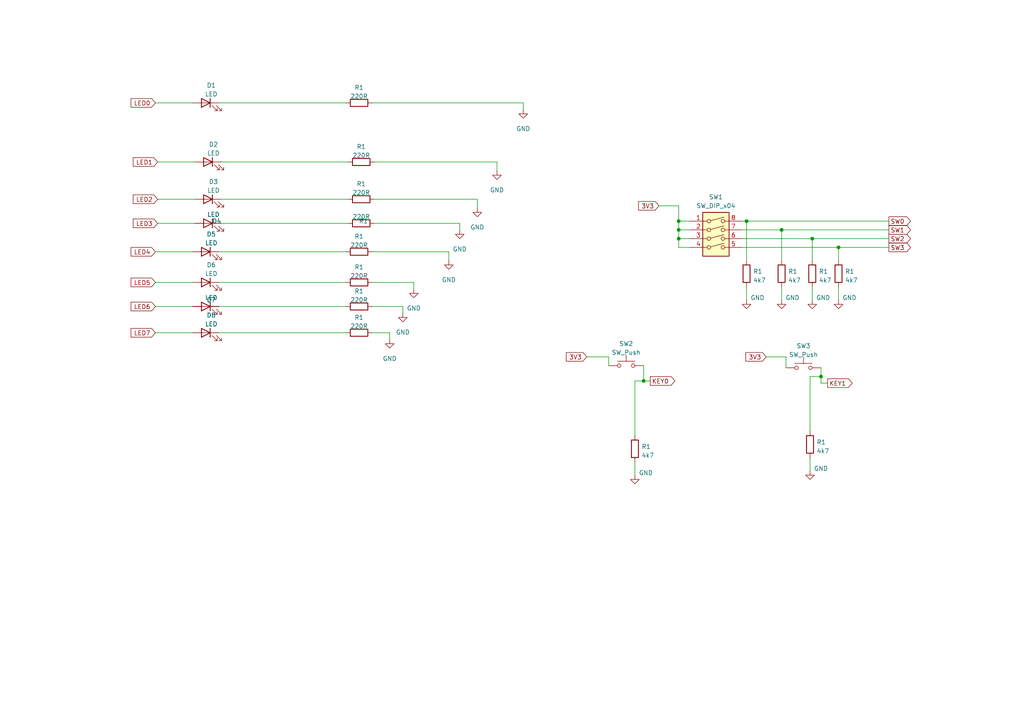
<source format=kicad_sch>
(kicad_sch (version 20230121) (generator eeschema)

  (uuid cabc8c04-f020-429f-a9bf-cc4ea550ce5d)

  (paper "A4")

  (lib_symbols
    (symbol "Device:LED" (pin_numbers hide) (pin_names (offset 1.016) hide) (in_bom yes) (on_board yes)
      (property "Reference" "D" (at 0 2.54 0)
        (effects (font (size 1.27 1.27)))
      )
      (property "Value" "LED" (at 0 -2.54 0)
        (effects (font (size 1.27 1.27)))
      )
      (property "Footprint" "" (at 0 0 0)
        (effects (font (size 1.27 1.27)) hide)
      )
      (property "Datasheet" "~" (at 0 0 0)
        (effects (font (size 1.27 1.27)) hide)
      )
      (property "ki_keywords" "LED diode" (at 0 0 0)
        (effects (font (size 1.27 1.27)) hide)
      )
      (property "ki_description" "Light emitting diode" (at 0 0 0)
        (effects (font (size 1.27 1.27)) hide)
      )
      (property "ki_fp_filters" "LED* LED_SMD:* LED_THT:*" (at 0 0 0)
        (effects (font (size 1.27 1.27)) hide)
      )
      (symbol "LED_0_1"
        (polyline
          (pts
            (xy -1.27 -1.27)
            (xy -1.27 1.27)
          )
          (stroke (width 0.254) (type default))
          (fill (type none))
        )
        (polyline
          (pts
            (xy -1.27 0)
            (xy 1.27 0)
          )
          (stroke (width 0) (type default))
          (fill (type none))
        )
        (polyline
          (pts
            (xy 1.27 -1.27)
            (xy 1.27 1.27)
            (xy -1.27 0)
            (xy 1.27 -1.27)
          )
          (stroke (width 0.254) (type default))
          (fill (type none))
        )
        (polyline
          (pts
            (xy -3.048 -0.762)
            (xy -4.572 -2.286)
            (xy -3.81 -2.286)
            (xy -4.572 -2.286)
            (xy -4.572 -1.524)
          )
          (stroke (width 0) (type default))
          (fill (type none))
        )
        (polyline
          (pts
            (xy -1.778 -0.762)
            (xy -3.302 -2.286)
            (xy -2.54 -2.286)
            (xy -3.302 -2.286)
            (xy -3.302 -1.524)
          )
          (stroke (width 0) (type default))
          (fill (type none))
        )
      )
      (symbol "LED_1_1"
        (pin passive line (at -3.81 0 0) (length 2.54)
          (name "K" (effects (font (size 1.27 1.27))))
          (number "1" (effects (font (size 1.27 1.27))))
        )
        (pin passive line (at 3.81 0 180) (length 2.54)
          (name "A" (effects (font (size 1.27 1.27))))
          (number "2" (effects (font (size 1.27 1.27))))
        )
      )
    )
    (symbol "Device:R" (pin_numbers hide) (pin_names (offset 0)) (in_bom yes) (on_board yes)
      (property "Reference" "R" (at 2.032 0 90)
        (effects (font (size 1.27 1.27)))
      )
      (property "Value" "R" (at 0 0 90)
        (effects (font (size 1.27 1.27)))
      )
      (property "Footprint" "" (at -1.778 0 90)
        (effects (font (size 1.27 1.27)) hide)
      )
      (property "Datasheet" "~" (at 0 0 0)
        (effects (font (size 1.27 1.27)) hide)
      )
      (property "ki_keywords" "R res resistor" (at 0 0 0)
        (effects (font (size 1.27 1.27)) hide)
      )
      (property "ki_description" "Resistor" (at 0 0 0)
        (effects (font (size 1.27 1.27)) hide)
      )
      (property "ki_fp_filters" "R_*" (at 0 0 0)
        (effects (font (size 1.27 1.27)) hide)
      )
      (symbol "R_0_1"
        (rectangle (start -1.016 -2.54) (end 1.016 2.54)
          (stroke (width 0.254) (type default))
          (fill (type none))
        )
      )
      (symbol "R_1_1"
        (pin passive line (at 0 3.81 270) (length 1.27)
          (name "~" (effects (font (size 1.27 1.27))))
          (number "1" (effects (font (size 1.27 1.27))))
        )
        (pin passive line (at 0 -3.81 90) (length 1.27)
          (name "~" (effects (font (size 1.27 1.27))))
          (number "2" (effects (font (size 1.27 1.27))))
        )
      )
    )
    (symbol "Switch:SW_DIP_x04" (pin_names (offset 0) hide) (in_bom yes) (on_board yes)
      (property "Reference" "SW" (at 0 8.89 0)
        (effects (font (size 1.27 1.27)))
      )
      (property "Value" "SW_DIP_x04" (at 0 -6.35 0)
        (effects (font (size 1.27 1.27)))
      )
      (property "Footprint" "" (at 0 0 0)
        (effects (font (size 1.27 1.27)) hide)
      )
      (property "Datasheet" "~" (at 0 0 0)
        (effects (font (size 1.27 1.27)) hide)
      )
      (property "ki_keywords" "dip switch" (at 0 0 0)
        (effects (font (size 1.27 1.27)) hide)
      )
      (property "ki_description" "4x DIP Switch, Single Pole Single Throw (SPST) switch, small symbol" (at 0 0 0)
        (effects (font (size 1.27 1.27)) hide)
      )
      (property "ki_fp_filters" "SW?DIP?x4*" (at 0 0 0)
        (effects (font (size 1.27 1.27)) hide)
      )
      (symbol "SW_DIP_x04_0_0"
        (circle (center -2.032 -2.54) (radius 0.508)
          (stroke (width 0) (type default))
          (fill (type none))
        )
        (circle (center -2.032 0) (radius 0.508)
          (stroke (width 0) (type default))
          (fill (type none))
        )
        (circle (center -2.032 2.54) (radius 0.508)
          (stroke (width 0) (type default))
          (fill (type none))
        )
        (circle (center -2.032 5.08) (radius 0.508)
          (stroke (width 0) (type default))
          (fill (type none))
        )
        (polyline
          (pts
            (xy -1.524 -2.3876)
            (xy 2.3622 -1.3462)
          )
          (stroke (width 0) (type default))
          (fill (type none))
        )
        (polyline
          (pts
            (xy -1.524 0.127)
            (xy 2.3622 1.1684)
          )
          (stroke (width 0) (type default))
          (fill (type none))
        )
        (polyline
          (pts
            (xy -1.524 2.667)
            (xy 2.3622 3.7084)
          )
          (stroke (width 0) (type default))
          (fill (type none))
        )
        (polyline
          (pts
            (xy -1.524 5.207)
            (xy 2.3622 6.2484)
          )
          (stroke (width 0) (type default))
          (fill (type none))
        )
        (circle (center 2.032 -2.54) (radius 0.508)
          (stroke (width 0) (type default))
          (fill (type none))
        )
        (circle (center 2.032 0) (radius 0.508)
          (stroke (width 0) (type default))
          (fill (type none))
        )
        (circle (center 2.032 2.54) (radius 0.508)
          (stroke (width 0) (type default))
          (fill (type none))
        )
        (circle (center 2.032 5.08) (radius 0.508)
          (stroke (width 0) (type default))
          (fill (type none))
        )
      )
      (symbol "SW_DIP_x04_0_1"
        (rectangle (start -3.81 7.62) (end 3.81 -5.08)
          (stroke (width 0.254) (type default))
          (fill (type background))
        )
      )
      (symbol "SW_DIP_x04_1_1"
        (pin passive line (at -7.62 5.08 0) (length 5.08)
          (name "~" (effects (font (size 1.27 1.27))))
          (number "1" (effects (font (size 1.27 1.27))))
        )
        (pin passive line (at -7.62 2.54 0) (length 5.08)
          (name "~" (effects (font (size 1.27 1.27))))
          (number "2" (effects (font (size 1.27 1.27))))
        )
        (pin passive line (at -7.62 0 0) (length 5.08)
          (name "~" (effects (font (size 1.27 1.27))))
          (number "3" (effects (font (size 1.27 1.27))))
        )
        (pin passive line (at -7.62 -2.54 0) (length 5.08)
          (name "~" (effects (font (size 1.27 1.27))))
          (number "4" (effects (font (size 1.27 1.27))))
        )
        (pin passive line (at 7.62 -2.54 180) (length 5.08)
          (name "~" (effects (font (size 1.27 1.27))))
          (number "5" (effects (font (size 1.27 1.27))))
        )
        (pin passive line (at 7.62 0 180) (length 5.08)
          (name "~" (effects (font (size 1.27 1.27))))
          (number "6" (effects (font (size 1.27 1.27))))
        )
        (pin passive line (at 7.62 2.54 180) (length 5.08)
          (name "~" (effects (font (size 1.27 1.27))))
          (number "7" (effects (font (size 1.27 1.27))))
        )
        (pin passive line (at 7.62 5.08 180) (length 5.08)
          (name "~" (effects (font (size 1.27 1.27))))
          (number "8" (effects (font (size 1.27 1.27))))
        )
      )
    )
    (symbol "Switch:SW_Push" (pin_numbers hide) (pin_names (offset 1.016) hide) (in_bom yes) (on_board yes)
      (property "Reference" "SW" (at 1.27 2.54 0)
        (effects (font (size 1.27 1.27)) (justify left))
      )
      (property "Value" "SW_Push" (at 0 -1.524 0)
        (effects (font (size 1.27 1.27)))
      )
      (property "Footprint" "" (at 0 5.08 0)
        (effects (font (size 1.27 1.27)) hide)
      )
      (property "Datasheet" "~" (at 0 5.08 0)
        (effects (font (size 1.27 1.27)) hide)
      )
      (property "ki_keywords" "switch normally-open pushbutton push-button" (at 0 0 0)
        (effects (font (size 1.27 1.27)) hide)
      )
      (property "ki_description" "Push button switch, generic, two pins" (at 0 0 0)
        (effects (font (size 1.27 1.27)) hide)
      )
      (symbol "SW_Push_0_1"
        (circle (center -2.032 0) (radius 0.508)
          (stroke (width 0) (type default))
          (fill (type none))
        )
        (polyline
          (pts
            (xy 0 1.27)
            (xy 0 3.048)
          )
          (stroke (width 0) (type default))
          (fill (type none))
        )
        (polyline
          (pts
            (xy 2.54 1.27)
            (xy -2.54 1.27)
          )
          (stroke (width 0) (type default))
          (fill (type none))
        )
        (circle (center 2.032 0) (radius 0.508)
          (stroke (width 0) (type default))
          (fill (type none))
        )
        (pin passive line (at -5.08 0 0) (length 2.54)
          (name "1" (effects (font (size 1.27 1.27))))
          (number "1" (effects (font (size 1.27 1.27))))
        )
        (pin passive line (at 5.08 0 180) (length 2.54)
          (name "2" (effects (font (size 1.27 1.27))))
          (number "2" (effects (font (size 1.27 1.27))))
        )
      )
    )
    (symbol "power:GND" (power) (pin_names (offset 0)) (in_bom yes) (on_board yes)
      (property "Reference" "#PWR" (at 0 -6.35 0)
        (effects (font (size 1.27 1.27)) hide)
      )
      (property "Value" "GND" (at 0 -3.81 0)
        (effects (font (size 1.27 1.27)))
      )
      (property "Footprint" "" (at 0 0 0)
        (effects (font (size 1.27 1.27)) hide)
      )
      (property "Datasheet" "" (at 0 0 0)
        (effects (font (size 1.27 1.27)) hide)
      )
      (property "ki_keywords" "global power" (at 0 0 0)
        (effects (font (size 1.27 1.27)) hide)
      )
      (property "ki_description" "Power symbol creates a global label with name \"GND\" , ground" (at 0 0 0)
        (effects (font (size 1.27 1.27)) hide)
      )
      (symbol "GND_0_1"
        (polyline
          (pts
            (xy 0 0)
            (xy 0 -1.27)
            (xy 1.27 -1.27)
            (xy 0 -2.54)
            (xy -1.27 -1.27)
            (xy 0 -1.27)
          )
          (stroke (width 0) (type default))
          (fill (type none))
        )
      )
      (symbol "GND_1_1"
        (pin power_in line (at 0 0 270) (length 0) hide
          (name "GND" (effects (font (size 1.27 1.27))))
          (number "1" (effects (font (size 1.27 1.27))))
        )
      )
    )
  )

  (junction (at 235.585 69.215) (diameter 0) (color 0 0 0 0)
    (uuid 0bb538dc-dd33-4972-9b97-59eb70a62d1f)
  )
  (junction (at 196.85 66.675) (diameter 0) (color 0 0 0 0)
    (uuid 17fe4977-5348-46ca-bc83-527b7bc3cbbe)
  )
  (junction (at 238.125 109.22) (diameter 0) (color 0 0 0 0)
    (uuid 430fcb03-44ca-4e96-931f-6ab7f65af412)
  )
  (junction (at 196.85 69.215) (diameter 0) (color 0 0 0 0)
    (uuid 4abc0b23-f4fd-4cf8-b62e-e99323893a18)
  )
  (junction (at 186.69 110.49) (diameter 0) (color 0 0 0 0)
    (uuid 699b91ee-a687-42a7-a835-78449d474f1a)
  )
  (junction (at 226.695 66.675) (diameter 0) (color 0 0 0 0)
    (uuid 6fe1e2e5-1bc5-4800-a253-24d313044f67)
  )
  (junction (at 216.535 64.135) (diameter 0) (color 0 0 0 0)
    (uuid a0972e5d-b71f-44f8-aee1-68682b3e37cb)
  )
  (junction (at 243.205 71.755) (diameter 0) (color 0 0 0 0)
    (uuid b6bc4907-9ac6-44d6-a074-c749ebac792f)
  )
  (junction (at 196.85 64.135) (diameter 0) (color 0 0 0 0)
    (uuid e3465f62-b9b2-414b-b46a-e8c6dbd73167)
  )

  (wire (pts (xy 63.5 73.025) (xy 100.33 73.025))
    (stroke (width 0) (type default))
    (uuid 043ea917-d8d0-42d2-8285-d0c62d539284)
  )
  (wire (pts (xy 226.695 66.675) (xy 257.81 66.675))
    (stroke (width 0) (type default))
    (uuid 048e86a5-550e-463c-8694-b120d5916478)
  )
  (wire (pts (xy 176.53 103.505) (xy 176.53 106.045))
    (stroke (width 0) (type default))
    (uuid 0895f576-b11a-432a-9509-1ce591192b2f)
  )
  (wire (pts (xy 151.765 29.845) (xy 107.95 29.845))
    (stroke (width 0) (type default))
    (uuid 0a387f36-7a1f-4bcd-b995-b7282530cbf8)
  )
  (wire (pts (xy 184.15 110.49) (xy 184.15 126.365))
    (stroke (width 0) (type default))
    (uuid 0a6b98ad-2980-44ad-b337-67849be0e682)
  )
  (wire (pts (xy 45.085 73.025) (xy 55.88 73.025))
    (stroke (width 0) (type default))
    (uuid 0e6bf021-bafa-4cee-b61a-da6d9ba8f837)
  )
  (wire (pts (xy 222.25 103.505) (xy 227.965 103.505))
    (stroke (width 0) (type default))
    (uuid 126ea995-7f25-47d4-9db9-9b765e55fe94)
  )
  (wire (pts (xy 216.535 64.135) (xy 257.81 64.135))
    (stroke (width 0) (type default))
    (uuid 13589565-5ec3-470c-9d7a-6c1d76b626f5)
  )
  (wire (pts (xy 45.72 57.785) (xy 56.515 57.785))
    (stroke (width 0) (type default))
    (uuid 155d281d-a8d7-49f7-8101-ace46bf5ccbf)
  )
  (wire (pts (xy 186.69 106.045) (xy 186.69 110.49))
    (stroke (width 0) (type default))
    (uuid 156fe78d-d856-4223-9432-72c6aad3893e)
  )
  (wire (pts (xy 130.175 73.025) (xy 107.95 73.025))
    (stroke (width 0) (type default))
    (uuid 1ab606de-9d7d-46b9-8563-0e41205098e8)
  )
  (wire (pts (xy 215.265 69.215) (xy 235.585 69.215))
    (stroke (width 0) (type default))
    (uuid 1f412ccc-bf64-41d2-823e-25c594d5306f)
  )
  (wire (pts (xy 196.85 71.755) (xy 200.025 71.755))
    (stroke (width 0) (type default))
    (uuid 24926da0-b2dc-4ca5-9bd7-5d4bc9c331d7)
  )
  (wire (pts (xy 63.5 29.845) (xy 100.33 29.845))
    (stroke (width 0) (type default))
    (uuid 2537af7b-a00b-4915-b6fd-2db9ba8f579a)
  )
  (wire (pts (xy 63.5 81.915) (xy 100.33 81.915))
    (stroke (width 0) (type default))
    (uuid 261a1e21-ed50-4b49-8eb4-8b26082ee4e5)
  )
  (wire (pts (xy 45.72 64.77) (xy 56.515 64.77))
    (stroke (width 0) (type default))
    (uuid 2ad0ff92-09e5-49ab-a184-4d94315773a5)
  )
  (wire (pts (xy 234.95 109.22) (xy 238.125 109.22))
    (stroke (width 0) (type default))
    (uuid 2b762610-73a1-4991-a0cb-1067da3746e1)
  )
  (wire (pts (xy 45.085 96.52) (xy 55.88 96.52))
    (stroke (width 0) (type default))
    (uuid 2d1d1dc7-d920-4dec-aaf1-0479906f3cf4)
  )
  (wire (pts (xy 116.84 90.805) (xy 116.84 88.9))
    (stroke (width 0) (type default))
    (uuid 2d7ff4ee-09d1-4bdd-ac6a-1ae2a27b4dc8)
  )
  (wire (pts (xy 63.5 96.52) (xy 100.33 96.52))
    (stroke (width 0) (type default))
    (uuid 2e4eb9c7-75a2-449e-a6c8-e81092e9b6ba)
  )
  (wire (pts (xy 235.585 69.215) (xy 235.585 75.565))
    (stroke (width 0) (type default))
    (uuid 30595a9f-2ad3-4d78-803b-1395dc42d21b)
  )
  (wire (pts (xy 45.085 88.9) (xy 55.88 88.9))
    (stroke (width 0) (type default))
    (uuid 34c185f9-362a-458f-a5ee-2f4c64348e0d)
  )
  (wire (pts (xy 234.95 109.22) (xy 234.95 125.095))
    (stroke (width 0) (type default))
    (uuid 3503a845-a05d-4bbc-a29f-4c3e6edc8359)
  )
  (wire (pts (xy 116.84 88.9) (xy 107.95 88.9))
    (stroke (width 0) (type default))
    (uuid 351c1df5-acc3-41cd-a67e-f9af810b4612)
  )
  (wire (pts (xy 216.535 64.135) (xy 216.535 75.565))
    (stroke (width 0) (type default))
    (uuid 37e53743-f499-43e2-a770-3cdf2eab980f)
  )
  (wire (pts (xy 200.025 69.215) (xy 196.85 69.215))
    (stroke (width 0) (type default))
    (uuid 380b8815-3987-4c46-972c-ff5fa4161b27)
  )
  (wire (pts (xy 227.965 103.505) (xy 227.965 106.68))
    (stroke (width 0) (type default))
    (uuid 4378a5c2-309b-4e54-8246-1b0b90274641)
  )
  (wire (pts (xy 113.03 96.52) (xy 107.95 96.52))
    (stroke (width 0) (type default))
    (uuid 4907eea9-f254-484e-a0bb-2ef94f61f9b9)
  )
  (wire (pts (xy 196.85 64.135) (xy 196.85 66.675))
    (stroke (width 0) (type default))
    (uuid 4af812a4-748b-4387-9038-1476dce2e50b)
  )
  (wire (pts (xy 234.95 136.525) (xy 234.95 132.715))
    (stroke (width 0) (type default))
    (uuid 550295ed-44e8-4c43-a696-334ec8ea3711)
  )
  (wire (pts (xy 215.265 66.675) (xy 226.695 66.675))
    (stroke (width 0) (type default))
    (uuid 593976cd-96ad-4118-8258-ed478638e21a)
  )
  (wire (pts (xy 186.69 110.49) (xy 188.595 110.49))
    (stroke (width 0) (type default))
    (uuid 5976723a-8dd5-4d2a-8183-52ae0c4aa710)
  )
  (wire (pts (xy 196.85 69.215) (xy 196.85 71.755))
    (stroke (width 0) (type default))
    (uuid 66901c0c-5f39-4bcc-a733-8e1893a9bb52)
  )
  (wire (pts (xy 144.145 49.53) (xy 144.145 46.99))
    (stroke (width 0) (type default))
    (uuid 6f79d723-dede-47d6-a04a-bb8a41a50521)
  )
  (wire (pts (xy 235.585 69.215) (xy 257.81 69.215))
    (stroke (width 0) (type default))
    (uuid 7498eb16-5b6d-4151-b3e3-3d620fd5ace7)
  )
  (wire (pts (xy 64.135 64.77) (xy 100.965 64.77))
    (stroke (width 0) (type default))
    (uuid 7e5e6674-51b7-404f-a2b6-eb2718f38e49)
  )
  (wire (pts (xy 45.085 81.915) (xy 55.88 81.915))
    (stroke (width 0) (type default))
    (uuid 834db1b9-e1b4-4286-a82b-5fd43d8edb15)
  )
  (wire (pts (xy 120.015 81.915) (xy 107.95 81.915))
    (stroke (width 0) (type default))
    (uuid 8a014d0d-416d-40b9-b148-def8b33c6807)
  )
  (wire (pts (xy 196.85 59.69) (xy 196.85 64.135))
    (stroke (width 0) (type default))
    (uuid 91ede4d4-ba21-4e04-bf41-acfeb609457a)
  )
  (wire (pts (xy 151.765 31.75) (xy 151.765 29.845))
    (stroke (width 0) (type default))
    (uuid 920f88ea-f9e0-4476-bb09-d55b81fefdb3)
  )
  (wire (pts (xy 130.175 75.565) (xy 130.175 73.025))
    (stroke (width 0) (type default))
    (uuid 928b0736-8e36-49f4-ac20-372ec70987af)
  )
  (wire (pts (xy 216.535 86.995) (xy 216.535 83.185))
    (stroke (width 0) (type default))
    (uuid 94380586-2c88-49ff-8ff2-a59ca19b409c)
  )
  (wire (pts (xy 113.03 98.425) (xy 113.03 96.52))
    (stroke (width 0) (type default))
    (uuid 9a06dc60-01fa-41a1-a2e1-977de6957617)
  )
  (wire (pts (xy 144.145 46.99) (xy 108.585 46.99))
    (stroke (width 0) (type default))
    (uuid 9f1d74fa-7bec-44fa-9ba0-529cac208bc6)
  )
  (wire (pts (xy 238.125 109.22) (xy 238.125 111.125))
    (stroke (width 0) (type default))
    (uuid 9f931651-a860-41a4-967c-23717ca6483f)
  )
  (wire (pts (xy 133.35 64.77) (xy 108.585 64.77))
    (stroke (width 0) (type default))
    (uuid a0ad5029-8a47-490c-a70b-d3e3fc073d8b)
  )
  (wire (pts (xy 226.695 66.675) (xy 226.695 75.565))
    (stroke (width 0) (type default))
    (uuid a61bc092-b62d-433a-b591-687ea8bac68f)
  )
  (wire (pts (xy 184.15 137.795) (xy 184.15 133.985))
    (stroke (width 0) (type default))
    (uuid aa015b12-70ef-4b52-8833-4857022aa849)
  )
  (wire (pts (xy 243.205 86.995) (xy 243.205 83.185))
    (stroke (width 0) (type default))
    (uuid aeaee7e1-08a7-4e6c-9fa9-9009bca9b94b)
  )
  (wire (pts (xy 243.205 71.755) (xy 257.81 71.755))
    (stroke (width 0) (type default))
    (uuid b17650d3-5beb-42ae-8892-d27f4572c284)
  )
  (wire (pts (xy 238.125 106.68) (xy 238.125 109.22))
    (stroke (width 0) (type default))
    (uuid b25ccd3d-8e69-4369-a06c-02080b302e88)
  )
  (wire (pts (xy 226.695 86.995) (xy 226.695 83.185))
    (stroke (width 0) (type default))
    (uuid b2c07876-f5d7-47e5-a6f3-2779aa4b93dc)
  )
  (wire (pts (xy 184.15 110.49) (xy 186.69 110.49))
    (stroke (width 0) (type default))
    (uuid b7903fae-2dd6-4f08-bce4-79a7d1f4c04c)
  )
  (wire (pts (xy 238.125 111.125) (xy 240.03 111.125))
    (stroke (width 0) (type default))
    (uuid be00cfe7-95d4-470c-afa8-653d062dfb2e)
  )
  (wire (pts (xy 215.265 71.755) (xy 243.205 71.755))
    (stroke (width 0) (type default))
    (uuid be425ea4-912f-486c-867c-7353ef27dc74)
  )
  (wire (pts (xy 64.135 46.99) (xy 100.965 46.99))
    (stroke (width 0) (type default))
    (uuid be49b10c-c6c5-4b40-b464-805b4334b1b5)
  )
  (wire (pts (xy 243.205 71.755) (xy 243.205 75.565))
    (stroke (width 0) (type default))
    (uuid c4adc2ce-b48c-4172-8269-df28815152a0)
  )
  (wire (pts (xy 196.85 64.135) (xy 200.025 64.135))
    (stroke (width 0) (type default))
    (uuid c87687d7-2eaf-43c4-84b9-ecd90284034f)
  )
  (wire (pts (xy 138.43 57.785) (xy 108.585 57.785))
    (stroke (width 0) (type default))
    (uuid c88ade4b-8fe7-4b05-9eb9-6872ac561ffe)
  )
  (wire (pts (xy 191.135 59.69) (xy 196.85 59.69))
    (stroke (width 0) (type default))
    (uuid ca11a1a4-e3b2-4e90-af29-4390415ae9a2)
  )
  (wire (pts (xy 63.5 88.9) (xy 100.33 88.9))
    (stroke (width 0) (type default))
    (uuid ce21be2a-886a-4dea-95d3-f4a8677f4461)
  )
  (wire (pts (xy 215.265 64.135) (xy 216.535 64.135))
    (stroke (width 0) (type default))
    (uuid db51ca69-109e-4083-b73c-43be46ba522f)
  )
  (wire (pts (xy 45.72 46.99) (xy 56.515 46.99))
    (stroke (width 0) (type default))
    (uuid ded80986-1956-497e-a463-c1fd953d83cd)
  )
  (wire (pts (xy 170.18 103.505) (xy 176.53 103.505))
    (stroke (width 0) (type default))
    (uuid e10cf067-bccd-4910-9558-57c03fddad9a)
  )
  (wire (pts (xy 196.85 66.675) (xy 196.85 69.215))
    (stroke (width 0) (type default))
    (uuid e1f8584c-b7c0-493b-bed8-a006b10dfff7)
  )
  (wire (pts (xy 45.085 29.845) (xy 55.88 29.845))
    (stroke (width 0) (type default))
    (uuid e3b91d57-adfd-4676-b1bb-d1beae12ee4f)
  )
  (wire (pts (xy 138.43 60.325) (xy 138.43 57.785))
    (stroke (width 0) (type default))
    (uuid e41b63d1-16ac-4e88-8c20-7e0f39a87da2)
  )
  (wire (pts (xy 196.85 66.675) (xy 200.025 66.675))
    (stroke (width 0) (type default))
    (uuid e7ff48ad-af83-4a25-8df7-672382d5b2be)
  )
  (wire (pts (xy 120.015 83.82) (xy 120.015 81.915))
    (stroke (width 0) (type default))
    (uuid ed818c59-ecf9-4667-a932-c2ed597e151c)
  )
  (wire (pts (xy 133.35 66.675) (xy 133.35 64.77))
    (stroke (width 0) (type default))
    (uuid f03b1a44-0b49-4a01-97a8-5269adc67d63)
  )
  (wire (pts (xy 235.585 86.995) (xy 235.585 83.185))
    (stroke (width 0) (type default))
    (uuid f08b1516-f2c5-45f5-8599-a51044ccd73d)
  )
  (wire (pts (xy 64.135 57.785) (xy 100.965 57.785))
    (stroke (width 0) (type default))
    (uuid f967fb34-6bd8-4334-b5b6-d35e206d024e)
  )

  (global_label "SW0" (shape output) (at 257.81 64.135 0) (fields_autoplaced)
    (effects (font (size 1.27 1.27)) (justify left))
    (uuid 0cc3dc39-b5f9-4366-bd05-f7a5afa6c043)
    (property "Intersheetrefs" "${INTERSHEET_REFS}" (at 264.5862 64.135 0)
      (effects (font (size 1.27 1.27)) (justify left) hide)
    )
  )
  (global_label "LED2" (shape input) (at 45.72 57.785 180) (fields_autoplaced)
    (effects (font (size 1.27 1.27)) (justify right))
    (uuid 1227866e-5578-453f-839d-ed9ce4d66304)
    (property "Intersheetrefs" "${INTERSHEET_REFS}" (at 38.1576 57.785 0)
      (effects (font (size 1.27 1.27)) (justify right) hide)
    )
  )
  (global_label "SW2" (shape output) (at 257.81 69.215 0) (fields_autoplaced)
    (effects (font (size 1.27 1.27)) (justify left))
    (uuid 22562555-d787-4f9f-bcec-fcd73ffa19ed)
    (property "Intersheetrefs" "${INTERSHEET_REFS}" (at 264.5862 69.215 0)
      (effects (font (size 1.27 1.27)) (justify left) hide)
    )
  )
  (global_label "LED3" (shape input) (at 45.72 64.77 180) (fields_autoplaced)
    (effects (font (size 1.27 1.27)) (justify right))
    (uuid 4f65cc26-34e4-4604-bc88-cf1b571461db)
    (property "Intersheetrefs" "${INTERSHEET_REFS}" (at 38.1576 64.77 0)
      (effects (font (size 1.27 1.27)) (justify right) hide)
    )
  )
  (global_label "3V3" (shape input) (at 222.25 103.505 180) (fields_autoplaced)
    (effects (font (size 1.27 1.27)) (justify right))
    (uuid 5aa62f8c-ac42-4e10-8307-9e1e755eec7d)
    (property "Intersheetrefs" "${INTERSHEET_REFS}" (at 215.8366 103.505 0)
      (effects (font (size 1.27 1.27)) (justify right) hide)
    )
  )
  (global_label "SW1" (shape output) (at 257.81 66.675 0) (fields_autoplaced)
    (effects (font (size 1.27 1.27)) (justify left))
    (uuid 63bb718b-8d9e-41b6-9d5c-aa9ee819472b)
    (property "Intersheetrefs" "${INTERSHEET_REFS}" (at 264.5862 66.675 0)
      (effects (font (size 1.27 1.27)) (justify left) hide)
    )
  )
  (global_label "3V3" (shape input) (at 170.18 103.505 180) (fields_autoplaced)
    (effects (font (size 1.27 1.27)) (justify right))
    (uuid 68aa0087-25c3-4e7a-90c2-6964612547a6)
    (property "Intersheetrefs" "${INTERSHEET_REFS}" (at 163.7666 103.505 0)
      (effects (font (size 1.27 1.27)) (justify right) hide)
    )
  )
  (global_label "KEY0" (shape output) (at 188.595 110.49 0) (fields_autoplaced)
    (effects (font (size 1.27 1.27)) (justify left))
    (uuid 6c2870ac-22d7-4d10-88e9-c242a0c71dea)
    (property "Intersheetrefs" "${INTERSHEET_REFS}" (at 196.2179 110.49 0)
      (effects (font (size 1.27 1.27)) (justify left) hide)
    )
  )
  (global_label "LED4" (shape input) (at 45.085 73.025 180) (fields_autoplaced)
    (effects (font (size 1.27 1.27)) (justify right))
    (uuid 76222108-7191-454e-943c-f4196f16f744)
    (property "Intersheetrefs" "${INTERSHEET_REFS}" (at 37.5226 73.025 0)
      (effects (font (size 1.27 1.27)) (justify right) hide)
    )
  )
  (global_label "KEY1" (shape output) (at 240.03 111.125 0) (fields_autoplaced)
    (effects (font (size 1.27 1.27)) (justify left))
    (uuid 92a82abb-ff23-4aee-8671-c3c1c87e975f)
    (property "Intersheetrefs" "${INTERSHEET_REFS}" (at 247.6529 111.125 0)
      (effects (font (size 1.27 1.27)) (justify left) hide)
    )
  )
  (global_label "3V3" (shape input) (at 191.135 59.69 180) (fields_autoplaced)
    (effects (font (size 1.27 1.27)) (justify right))
    (uuid a7a65f35-7b28-4dca-93d5-757d503346c6)
    (property "Intersheetrefs" "${INTERSHEET_REFS}" (at 184.7216 59.69 0)
      (effects (font (size 1.27 1.27)) (justify right) hide)
    )
  )
  (global_label "LED7" (shape input) (at 45.085 96.52 180) (fields_autoplaced)
    (effects (font (size 1.27 1.27)) (justify right))
    (uuid abf024e6-ebb5-45d3-a3be-fca265557c32)
    (property "Intersheetrefs" "${INTERSHEET_REFS}" (at 37.5226 96.52 0)
      (effects (font (size 1.27 1.27)) (justify right) hide)
    )
  )
  (global_label "SW3" (shape output) (at 257.81 71.755 0) (fields_autoplaced)
    (effects (font (size 1.27 1.27)) (justify left))
    (uuid b1f879d4-3a64-421f-bae4-08094701abad)
    (property "Intersheetrefs" "${INTERSHEET_REFS}" (at 264.5862 71.755 0)
      (effects (font (size 1.27 1.27)) (justify left) hide)
    )
  )
  (global_label "LED5" (shape input) (at 45.085 81.915 180) (fields_autoplaced)
    (effects (font (size 1.27 1.27)) (justify right))
    (uuid b7102fb1-f76c-4838-9811-a4fcf30197f3)
    (property "Intersheetrefs" "${INTERSHEET_REFS}" (at 37.5226 81.915 0)
      (effects (font (size 1.27 1.27)) (justify right) hide)
    )
  )
  (global_label "LED0" (shape input) (at 45.085 29.845 180) (fields_autoplaced)
    (effects (font (size 1.27 1.27)) (justify right))
    (uuid dbc6f7e0-2263-493b-b870-b251bad341f3)
    (property "Intersheetrefs" "${INTERSHEET_REFS}" (at 37.5226 29.845 0)
      (effects (font (size 1.27 1.27)) (justify right) hide)
    )
  )
  (global_label "LED6" (shape input) (at 45.085 88.9 180) (fields_autoplaced)
    (effects (font (size 1.27 1.27)) (justify right))
    (uuid efd60fc8-440b-4bbf-af7d-751b8eafc8ee)
    (property "Intersheetrefs" "${INTERSHEET_REFS}" (at 37.5226 88.9 0)
      (effects (font (size 1.27 1.27)) (justify right) hide)
    )
  )
  (global_label "LED1" (shape input) (at 45.72 46.99 180) (fields_autoplaced)
    (effects (font (size 1.27 1.27)) (justify right))
    (uuid f126fae2-fab5-46a1-ba6f-ee5efe7e8b90)
    (property "Intersheetrefs" "${INTERSHEET_REFS}" (at 38.1576 46.99 0)
      (effects (font (size 1.27 1.27)) (justify right) hide)
    )
  )

  (symbol (lib_id "power:GND") (at 243.205 86.995 0) (unit 1)
    (in_bom yes) (on_board yes) (dnp no)
    (uuid 01bf2903-8111-4a11-9bc4-9dc043460dcd)
    (property "Reference" "GND013" (at 243.205 93.345 0)
      (effects (font (size 1.27 1.27)) hide)
    )
    (property "Value" "GND" (at 246.38 86.36 0)
      (effects (font (size 1.27 1.27)))
    )
    (property "Footprint" "" (at 243.205 86.995 0)
      (effects (font (size 1.27 1.27)) hide)
    )
    (property "Datasheet" "" (at 243.205 86.995 0)
      (effects (font (size 1.27 1.27)) hide)
    )
    (pin "1" (uuid 1712e139-bdac-4d57-9359-e756f1e74e9e))
    (instances
      (project "SimpleLattice"
        (path "/14edb605-1834-4cad-ad76-dcabae15d086"
          (reference "GND013") (unit 1)
        )
        (path "/14edb605-1834-4cad-ad76-dcabae15d086/88e15f88-e960-44a7-8367-23b39baa3c51"
          (reference "#GND031") (unit 1)
        )
      )
    )
  )

  (symbol (lib_id "Device:R") (at 104.14 88.9 270) (unit 1)
    (in_bom yes) (on_board yes) (dnp no) (fields_autoplaced)
    (uuid 0598bc22-f696-46c1-96bd-552cb79170ea)
    (property "Reference" "R1" (at 104.14 84.455 90)
      (effects (font (size 1.27 1.27)))
    )
    (property "Value" "220R" (at 104.14 86.995 90)
      (effects (font (size 1.27 1.27)))
    )
    (property "Footprint" "Resistor_THT:R_Axial_DIN0207_L6.3mm_D2.5mm_P10.16mm_Horizontal" (at 104.14 87.122 90)
      (effects (font (size 1.27 1.27)) hide)
    )
    (property "Datasheet" "~" (at 104.14 88.9 0)
      (effects (font (size 1.27 1.27)) hide)
    )
    (pin "1" (uuid 93e761c6-d9e9-45ed-a372-52467f8fd86b))
    (pin "2" (uuid e9ff9e45-3e76-4e62-8661-6073f6866e93))
    (instances
      (project "SimpleLattice"
        (path "/14edb605-1834-4cad-ad76-dcabae15d086"
          (reference "R1") (unit 1)
        )
        (path "/14edb605-1834-4cad-ad76-dcabae15d086/88e15f88-e960-44a7-8367-23b39baa3c51"
          (reference "R13") (unit 1)
        )
      )
    )
  )

  (symbol (lib_id "power:GND") (at 216.535 86.995 0) (unit 1)
    (in_bom yes) (on_board yes) (dnp no)
    (uuid 0774ac10-787f-402d-880f-761fc0043313)
    (property "Reference" "GND013" (at 216.535 93.345 0)
      (effects (font (size 1.27 1.27)) hide)
    )
    (property "Value" "GND" (at 219.71 86.36 0)
      (effects (font (size 1.27 1.27)))
    )
    (property "Footprint" "" (at 216.535 86.995 0)
      (effects (font (size 1.27 1.27)) hide)
    )
    (property "Datasheet" "" (at 216.535 86.995 0)
      (effects (font (size 1.27 1.27)) hide)
    )
    (pin "1" (uuid 33a17881-053b-4260-84de-6169e05aa03a))
    (instances
      (project "SimpleLattice"
        (path "/14edb605-1834-4cad-ad76-dcabae15d086"
          (reference "GND013") (unit 1)
        )
        (path "/14edb605-1834-4cad-ad76-dcabae15d086/88e15f88-e960-44a7-8367-23b39baa3c51"
          (reference "#GND028") (unit 1)
        )
      )
    )
  )

  (symbol (lib_id "power:GND") (at 234.95 136.525 0) (unit 1)
    (in_bom yes) (on_board yes) (dnp no)
    (uuid 07c34f4d-d568-40cb-b147-45441e25bac5)
    (property "Reference" "GND013" (at 234.95 142.875 0)
      (effects (font (size 1.27 1.27)) hide)
    )
    (property "Value" "GND" (at 238.125 135.89 0)
      (effects (font (size 1.27 1.27)))
    )
    (property "Footprint" "" (at 234.95 136.525 0)
      (effects (font (size 1.27 1.27)) hide)
    )
    (property "Datasheet" "" (at 234.95 136.525 0)
      (effects (font (size 1.27 1.27)) hide)
    )
    (pin "1" (uuid 4220ac11-4853-4ea0-bc41-32d6952782b5))
    (instances
      (project "SimpleLattice"
        (path "/14edb605-1834-4cad-ad76-dcabae15d086"
          (reference "GND013") (unit 1)
        )
        (path "/14edb605-1834-4cad-ad76-dcabae15d086/88e15f88-e960-44a7-8367-23b39baa3c51"
          (reference "#GND0102") (unit 1)
        )
      )
    )
  )

  (symbol (lib_id "Device:LED") (at 59.69 73.025 0) (mirror y) (unit 1)
    (in_bom yes) (on_board yes) (dnp no)
    (uuid 08a7487c-0d97-44b7-bc7e-81d54f8959d2)
    (property "Reference" "D5" (at 61.2775 67.945 0)
      (effects (font (size 1.27 1.27)))
    )
    (property "Value" "LED" (at 61.2775 70.485 0)
      (effects (font (size 1.27 1.27)))
    )
    (property "Footprint" "LED_THT:LED_D3.0mm" (at 59.69 73.025 0)
      (effects (font (size 1.27 1.27)) hide)
    )
    (property "Datasheet" "~" (at 59.69 73.025 0)
      (effects (font (size 1.27 1.27)) hide)
    )
    (pin "1" (uuid 7d508671-192e-4200-9941-6f0e2fbfe0eb))
    (pin "2" (uuid 40e5e68a-39af-4ab5-94a6-2f4ad169fdcd))
    (instances
      (project "SimpleLattice"
        (path "/14edb605-1834-4cad-ad76-dcabae15d086/88e15f88-e960-44a7-8367-23b39baa3c51"
          (reference "D5") (unit 1)
        )
      )
    )
  )

  (symbol (lib_id "Switch:SW_Push") (at 181.61 106.045 0) (unit 1)
    (in_bom yes) (on_board yes) (dnp no) (fields_autoplaced)
    (uuid 09e6f892-58e8-4596-a524-1501f39fe407)
    (property "Reference" "SW2" (at 181.61 99.695 0)
      (effects (font (size 1.27 1.27)))
    )
    (property "Value" "SW_Push" (at 181.61 102.235 0)
      (effects (font (size 1.27 1.27)))
    )
    (property "Footprint" "Button_Switch_THT:SW_PUSH_6mm_H4.3mm" (at 181.61 100.965 0)
      (effects (font (size 1.27 1.27)) hide)
    )
    (property "Datasheet" "~" (at 181.61 100.965 0)
      (effects (font (size 1.27 1.27)) hide)
    )
    (pin "1" (uuid 0ee6ee61-288d-4987-b3c5-fce93e3c18df))
    (pin "2" (uuid cf13d3dc-2002-42b2-b248-ff0d7162d051))
    (instances
      (project "SimpleLattice"
        (path "/14edb605-1834-4cad-ad76-dcabae15d086/88e15f88-e960-44a7-8367-23b39baa3c51"
          (reference "SW2") (unit 1)
        )
      )
    )
  )

  (symbol (lib_id "Device:R") (at 104.14 81.915 270) (unit 1)
    (in_bom yes) (on_board yes) (dnp no) (fields_autoplaced)
    (uuid 0a13f8f7-45e2-4c12-a6af-0a658836215b)
    (property "Reference" "R1" (at 104.14 77.47 90)
      (effects (font (size 1.27 1.27)))
    )
    (property "Value" "220R" (at 104.14 80.01 90)
      (effects (font (size 1.27 1.27)))
    )
    (property "Footprint" "Resistor_THT:R_Axial_DIN0207_L6.3mm_D2.5mm_P10.16mm_Horizontal" (at 104.14 80.137 90)
      (effects (font (size 1.27 1.27)) hide)
    )
    (property "Datasheet" "~" (at 104.14 81.915 0)
      (effects (font (size 1.27 1.27)) hide)
    )
    (pin "1" (uuid 7a694689-d0d4-4590-873c-cbf8bad3c7ca))
    (pin "2" (uuid b50c26a3-ec11-4d44-8337-6ad35097c168))
    (instances
      (project "SimpleLattice"
        (path "/14edb605-1834-4cad-ad76-dcabae15d086"
          (reference "R1") (unit 1)
        )
        (path "/14edb605-1834-4cad-ad76-dcabae15d086/88e15f88-e960-44a7-8367-23b39baa3c51"
          (reference "R12") (unit 1)
        )
      )
    )
  )

  (symbol (lib_id "Device:LED") (at 59.69 81.915 0) (mirror y) (unit 1)
    (in_bom yes) (on_board yes) (dnp no)
    (uuid 2036b276-a69b-40ae-8091-ca712bd2a884)
    (property "Reference" "D6" (at 61.2775 76.835 0)
      (effects (font (size 1.27 1.27)))
    )
    (property "Value" "LED" (at 61.2775 79.375 0)
      (effects (font (size 1.27 1.27)))
    )
    (property "Footprint" "LED_THT:LED_D3.0mm" (at 59.69 81.915 0)
      (effects (font (size 1.27 1.27)) hide)
    )
    (property "Datasheet" "~" (at 59.69 81.915 0)
      (effects (font (size 1.27 1.27)) hide)
    )
    (pin "1" (uuid 868dc82d-580b-4684-a00d-4647618a0321))
    (pin "2" (uuid 50efffab-2313-4824-8a0c-992020e7b0ad))
    (instances
      (project "SimpleLattice"
        (path "/14edb605-1834-4cad-ad76-dcabae15d086/88e15f88-e960-44a7-8367-23b39baa3c51"
          (reference "D6") (unit 1)
        )
      )
    )
  )

  (symbol (lib_id "Device:R") (at 226.695 79.375 0) (unit 1)
    (in_bom yes) (on_board yes) (dnp no) (fields_autoplaced)
    (uuid 21207e44-0b5f-4cf0-9a56-d9dd9be71f94)
    (property "Reference" "R1" (at 228.6 78.74 0)
      (effects (font (size 1.27 1.27)) (justify left))
    )
    (property "Value" "4k7" (at 228.6 81.28 0)
      (effects (font (size 1.27 1.27)) (justify left))
    )
    (property "Footprint" "Resistor_THT:R_Axial_DIN0207_L6.3mm_D2.5mm_P10.16mm_Horizontal" (at 224.917 79.375 90)
      (effects (font (size 1.27 1.27)) hide)
    )
    (property "Datasheet" "~" (at 226.695 79.375 0)
      (effects (font (size 1.27 1.27)) hide)
    )
    (pin "1" (uuid ac263ddf-9738-4864-81f6-76b3cb2709f3))
    (pin "2" (uuid dd3ec058-210e-46e4-957c-96e9dca57a18))
    (instances
      (project "SimpleLattice"
        (path "/14edb605-1834-4cad-ad76-dcabae15d086"
          (reference "R1") (unit 1)
        )
        (path "/14edb605-1834-4cad-ad76-dcabae15d086/88e15f88-e960-44a7-8367-23b39baa3c51"
          (reference "R16") (unit 1)
        )
      )
    )
  )

  (symbol (lib_id "Device:R") (at 104.775 64.77 270) (unit 1)
    (in_bom yes) (on_board yes) (dnp no)
    (uuid 22babe02-e960-4561-a6b8-32171e059c31)
    (property "Reference" "R1" (at 105.41 64.135 90)
      (effects (font (size 1.27 1.27)))
    )
    (property "Value" "220R" (at 104.775 62.865 90)
      (effects (font (size 1.27 1.27)))
    )
    (property "Footprint" "Resistor_THT:R_Axial_DIN0207_L6.3mm_D2.5mm_P10.16mm_Horizontal" (at 104.775 62.992 90)
      (effects (font (size 1.27 1.27)) hide)
    )
    (property "Datasheet" "~" (at 104.775 64.77 0)
      (effects (font (size 1.27 1.27)) hide)
    )
    (pin "1" (uuid a2e037f9-427f-45a9-bfb7-038d42c6b67c))
    (pin "2" (uuid cc4b24e7-b0cb-4b72-947d-d7e6765b97bd))
    (instances
      (project "SimpleLattice"
        (path "/14edb605-1834-4cad-ad76-dcabae15d086"
          (reference "R1") (unit 1)
        )
        (path "/14edb605-1834-4cad-ad76-dcabae15d086/88e15f88-e960-44a7-8367-23b39baa3c51"
          (reference "R10") (unit 1)
        )
      )
    )
  )

  (symbol (lib_id "Switch:SW_Push") (at 233.045 106.68 0) (unit 1)
    (in_bom yes) (on_board yes) (dnp no) (fields_autoplaced)
    (uuid 267d6611-3518-4eaa-9f47-191a940fcf0a)
    (property "Reference" "SW3" (at 233.045 100.33 0)
      (effects (font (size 1.27 1.27)))
    )
    (property "Value" "SW_Push" (at 233.045 102.87 0)
      (effects (font (size 1.27 1.27)))
    )
    (property "Footprint" "Button_Switch_THT:SW_PUSH_6mm_H4.3mm" (at 233.045 101.6 0)
      (effects (font (size 1.27 1.27)) hide)
    )
    (property "Datasheet" "~" (at 233.045 101.6 0)
      (effects (font (size 1.27 1.27)) hide)
    )
    (pin "1" (uuid ac5dfe5c-b6ef-46ca-8cd1-8c73828fe782))
    (pin "2" (uuid dbebfa41-a2db-44c7-9f9e-8cc3f1a3bdaa))
    (instances
      (project "SimpleLattice"
        (path "/14edb605-1834-4cad-ad76-dcabae15d086/88e15f88-e960-44a7-8367-23b39baa3c51"
          (reference "SW3") (unit 1)
        )
      )
    )
  )

  (symbol (lib_id "Device:R") (at 234.95 128.905 0) (unit 1)
    (in_bom yes) (on_board yes) (dnp no) (fields_autoplaced)
    (uuid 3512ec66-fedb-4a3c-85cc-331fb4d889e7)
    (property "Reference" "R1" (at 236.855 128.27 0)
      (effects (font (size 1.27 1.27)) (justify left))
    )
    (property "Value" "4k7" (at 236.855 130.81 0)
      (effects (font (size 1.27 1.27)) (justify left))
    )
    (property "Footprint" "Resistor_THT:R_Axial_DIN0207_L6.3mm_D2.5mm_P10.16mm_Horizontal" (at 233.172 128.905 90)
      (effects (font (size 1.27 1.27)) hide)
    )
    (property "Datasheet" "~" (at 234.95 128.905 0)
      (effects (font (size 1.27 1.27)) hide)
    )
    (pin "1" (uuid 72ea6564-1fd8-42a1-b3ce-887b355af6c3))
    (pin "2" (uuid 75182a66-9dc9-4733-810b-380b067714b2))
    (instances
      (project "SimpleLattice"
        (path "/14edb605-1834-4cad-ad76-dcabae15d086"
          (reference "R1") (unit 1)
        )
        (path "/14edb605-1834-4cad-ad76-dcabae15d086/88e15f88-e960-44a7-8367-23b39baa3c51"
          (reference "R19") (unit 1)
        )
      )
    )
  )

  (symbol (lib_id "Device:LED") (at 59.69 96.52 0) (mirror y) (unit 1)
    (in_bom yes) (on_board yes) (dnp no)
    (uuid 35d773a2-37b4-4c9a-b09b-4ca84baf776b)
    (property "Reference" "D8" (at 61.2775 91.44 0)
      (effects (font (size 1.27 1.27)))
    )
    (property "Value" "LED" (at 61.2775 93.98 0)
      (effects (font (size 1.27 1.27)))
    )
    (property "Footprint" "LED_THT:LED_D3.0mm" (at 59.69 96.52 0)
      (effects (font (size 1.27 1.27)) hide)
    )
    (property "Datasheet" "~" (at 59.69 96.52 0)
      (effects (font (size 1.27 1.27)) hide)
    )
    (pin "1" (uuid 47f37327-89e5-4699-8c2e-1b26f066d38b))
    (pin "2" (uuid 30a75abd-88a2-4414-8cbf-74bec49bdd95))
    (instances
      (project "SimpleLattice"
        (path "/14edb605-1834-4cad-ad76-dcabae15d086/88e15f88-e960-44a7-8367-23b39baa3c51"
          (reference "D8") (unit 1)
        )
      )
    )
  )

  (symbol (lib_id "power:GND") (at 116.84 90.805 0) (unit 1)
    (in_bom yes) (on_board yes) (dnp no) (fields_autoplaced)
    (uuid 39c57631-bf11-4a67-bf99-ca63add767bb)
    (property "Reference" "GND" (at 116.84 97.155 0)
      (effects (font (size 1.27 1.27)) hide)
    )
    (property "Value" "GND" (at 116.84 96.393 0)
      (effects (font (size 1.27 1.27)))
    )
    (property "Footprint" "" (at 116.84 90.805 0)
      (effects (font (size 1.27 1.27)) hide)
    )
    (property "Datasheet" "" (at 116.84 90.805 0)
      (effects (font (size 1.27 1.27)) hide)
    )
    (pin "1" (uuid d66365d3-f7bb-44d0-bbf8-391ad8584f7e))
    (instances
      (project "SimpleLattice"
        (path "/14edb605-1834-4cad-ad76-dcabae15d086"
          (reference "GND") (unit 1)
        )
        (path "/14edb605-1834-4cad-ad76-dcabae15d086/88e15f88-e960-44a7-8367-23b39baa3c51"
          (reference "#GND025") (unit 1)
        )
      )
    )
  )

  (symbol (lib_id "Device:R") (at 104.14 73.025 270) (unit 1)
    (in_bom yes) (on_board yes) (dnp no) (fields_autoplaced)
    (uuid 3e6094c6-3923-4395-84a3-893e19cde262)
    (property "Reference" "R1" (at 104.14 68.58 90)
      (effects (font (size 1.27 1.27)))
    )
    (property "Value" "220R" (at 104.14 71.12 90)
      (effects (font (size 1.27 1.27)))
    )
    (property "Footprint" "Resistor_THT:R_Axial_DIN0207_L6.3mm_D2.5mm_P10.16mm_Horizontal" (at 104.14 71.247 90)
      (effects (font (size 1.27 1.27)) hide)
    )
    (property "Datasheet" "~" (at 104.14 73.025 0)
      (effects (font (size 1.27 1.27)) hide)
    )
    (pin "1" (uuid 35b94b94-aa84-45c5-9359-f05ef198fc2f))
    (pin "2" (uuid a1c9bf64-867a-4f03-81f3-00459802da33))
    (instances
      (project "SimpleLattice"
        (path "/14edb605-1834-4cad-ad76-dcabae15d086"
          (reference "R1") (unit 1)
        )
        (path "/14edb605-1834-4cad-ad76-dcabae15d086/88e15f88-e960-44a7-8367-23b39baa3c51"
          (reference "R11") (unit 1)
        )
      )
    )
  )

  (symbol (lib_id "power:GND") (at 184.15 137.795 0) (unit 1)
    (in_bom yes) (on_board yes) (dnp no)
    (uuid 454526c9-b52b-4c83-a5bb-9ff74a92ba99)
    (property "Reference" "GND013" (at 184.15 144.145 0)
      (effects (font (size 1.27 1.27)) hide)
    )
    (property "Value" "GND" (at 187.325 137.16 0)
      (effects (font (size 1.27 1.27)))
    )
    (property "Footprint" "" (at 184.15 137.795 0)
      (effects (font (size 1.27 1.27)) hide)
    )
    (property "Datasheet" "" (at 184.15 137.795 0)
      (effects (font (size 1.27 1.27)) hide)
    )
    (pin "1" (uuid 078d51f7-6a65-4fe1-b076-fb622bceb239))
    (instances
      (project "SimpleLattice"
        (path "/14edb605-1834-4cad-ad76-dcabae15d086"
          (reference "GND013") (unit 1)
        )
        (path "/14edb605-1834-4cad-ad76-dcabae15d086/88e15f88-e960-44a7-8367-23b39baa3c51"
          (reference "#GND0103") (unit 1)
        )
      )
    )
  )

  (symbol (lib_id "power:GND") (at 235.585 86.995 0) (unit 1)
    (in_bom yes) (on_board yes) (dnp no)
    (uuid 4717a92f-c560-4b17-bf96-fa753b092cde)
    (property "Reference" "GND013" (at 235.585 93.345 0)
      (effects (font (size 1.27 1.27)) hide)
    )
    (property "Value" "GND" (at 238.76 86.36 0)
      (effects (font (size 1.27 1.27)))
    )
    (property "Footprint" "" (at 235.585 86.995 0)
      (effects (font (size 1.27 1.27)) hide)
    )
    (property "Datasheet" "" (at 235.585 86.995 0)
      (effects (font (size 1.27 1.27)) hide)
    )
    (pin "1" (uuid 4d5d7027-b3a4-4fb0-8732-ddfc04942224))
    (instances
      (project "SimpleLattice"
        (path "/14edb605-1834-4cad-ad76-dcabae15d086"
          (reference "GND013") (unit 1)
        )
        (path "/14edb605-1834-4cad-ad76-dcabae15d086/88e15f88-e960-44a7-8367-23b39baa3c51"
          (reference "#GND030") (unit 1)
        )
      )
    )
  )

  (symbol (lib_id "Device:R") (at 216.535 79.375 0) (unit 1)
    (in_bom yes) (on_board yes) (dnp no) (fields_autoplaced)
    (uuid 49aa9821-4db3-4dc2-a12a-ef238454a0bf)
    (property "Reference" "R1" (at 218.44 78.74 0)
      (effects (font (size 1.27 1.27)) (justify left))
    )
    (property "Value" "4k7" (at 218.44 81.28 0)
      (effects (font (size 1.27 1.27)) (justify left))
    )
    (property "Footprint" "Resistor_THT:R_Axial_DIN0207_L6.3mm_D2.5mm_P10.16mm_Horizontal" (at 214.757 79.375 90)
      (effects (font (size 1.27 1.27)) hide)
    )
    (property "Datasheet" "~" (at 216.535 79.375 0)
      (effects (font (size 1.27 1.27)) hide)
    )
    (pin "1" (uuid 5cb05b3c-0e07-471a-b119-8f00ba5af780))
    (pin "2" (uuid 53a3218a-b1b2-47fe-a708-ab125409831f))
    (instances
      (project "SimpleLattice"
        (path "/14edb605-1834-4cad-ad76-dcabae15d086"
          (reference "R1") (unit 1)
        )
        (path "/14edb605-1834-4cad-ad76-dcabae15d086/88e15f88-e960-44a7-8367-23b39baa3c51"
          (reference "R15") (unit 1)
        )
      )
    )
  )

  (symbol (lib_id "Device:R") (at 104.14 29.845 270) (unit 1)
    (in_bom yes) (on_board yes) (dnp no) (fields_autoplaced)
    (uuid 56da96a2-2223-4381-9985-8e8be5b75f69)
    (property "Reference" "R1" (at 104.14 25.4 90)
      (effects (font (size 1.27 1.27)))
    )
    (property "Value" "220R" (at 104.14 27.94 90)
      (effects (font (size 1.27 1.27)))
    )
    (property "Footprint" "Resistor_THT:R_Axial_DIN0207_L6.3mm_D2.5mm_P10.16mm_Horizontal" (at 104.14 28.067 90)
      (effects (font (size 1.27 1.27)) hide)
    )
    (property "Datasheet" "~" (at 104.14 29.845 0)
      (effects (font (size 1.27 1.27)) hide)
    )
    (pin "1" (uuid 7aa6ca7a-7a6b-47e2-b3ec-1044389ccfaf))
    (pin "2" (uuid 5ec52ca1-6fca-4927-93a6-e726c3e13ad9))
    (instances
      (project "SimpleLattice"
        (path "/14edb605-1834-4cad-ad76-dcabae15d086"
          (reference "R1") (unit 1)
        )
        (path "/14edb605-1834-4cad-ad76-dcabae15d086/88e15f88-e960-44a7-8367-23b39baa3c51"
          (reference "R7") (unit 1)
        )
      )
    )
  )

  (symbol (lib_id "power:GND") (at 144.145 49.53 0) (unit 1)
    (in_bom yes) (on_board yes) (dnp no) (fields_autoplaced)
    (uuid 60b087e3-8a6b-4bcc-9c9f-4c30c3518fa1)
    (property "Reference" "GND" (at 144.145 55.88 0)
      (effects (font (size 1.27 1.27)) hide)
    )
    (property "Value" "GND" (at 144.145 55.118 0)
      (effects (font (size 1.27 1.27)))
    )
    (property "Footprint" "" (at 144.145 49.53 0)
      (effects (font (size 1.27 1.27)) hide)
    )
    (property "Datasheet" "" (at 144.145 49.53 0)
      (effects (font (size 1.27 1.27)) hide)
    )
    (pin "1" (uuid 13d63049-756d-4181-a2a1-40cc831393a3))
    (instances
      (project "SimpleLattice"
        (path "/14edb605-1834-4cad-ad76-dcabae15d086"
          (reference "GND") (unit 1)
        )
        (path "/14edb605-1834-4cad-ad76-dcabae15d086/88e15f88-e960-44a7-8367-23b39baa3c51"
          (reference "#GND020") (unit 1)
        )
      )
    )
  )

  (symbol (lib_id "Device:R") (at 243.205 79.375 0) (unit 1)
    (in_bom yes) (on_board yes) (dnp no) (fields_autoplaced)
    (uuid 62860e7e-580c-4842-9f41-04ddef26b4bb)
    (property "Reference" "R1" (at 245.11 78.74 0)
      (effects (font (size 1.27 1.27)) (justify left))
    )
    (property "Value" "4k7" (at 245.11 81.28 0)
      (effects (font (size 1.27 1.27)) (justify left))
    )
    (property "Footprint" "Resistor_THT:R_Axial_DIN0207_L6.3mm_D2.5mm_P10.16mm_Horizontal" (at 241.427 79.375 90)
      (effects (font (size 1.27 1.27)) hide)
    )
    (property "Datasheet" "~" (at 243.205 79.375 0)
      (effects (font (size 1.27 1.27)) hide)
    )
    (pin "1" (uuid 2eae8928-6a53-4c64-aa6b-a103e31061e4))
    (pin "2" (uuid 258efc28-d46e-4af2-8a9b-22ed058ea2b4))
    (instances
      (project "SimpleLattice"
        (path "/14edb605-1834-4cad-ad76-dcabae15d086"
          (reference "R1") (unit 1)
        )
        (path "/14edb605-1834-4cad-ad76-dcabae15d086/88e15f88-e960-44a7-8367-23b39baa3c51"
          (reference "R18") (unit 1)
        )
      )
    )
  )

  (symbol (lib_id "Switch:SW_DIP_x04") (at 207.645 69.215 0) (unit 1)
    (in_bom yes) (on_board yes) (dnp no) (fields_autoplaced)
    (uuid 6414e97c-c5d5-4e73-aaa8-a1cfc99cee26)
    (property "Reference" "SW1" (at 207.645 57.15 0)
      (effects (font (size 1.27 1.27)))
    )
    (property "Value" "SW_DIP_x04" (at 207.645 59.69 0)
      (effects (font (size 1.27 1.27)))
    )
    (property "Footprint" "Button_Switch_THT:SW_DIP_SPSTx04_Slide_6.7x11.72mm_W7.62mm_P2.54mm_LowProfile" (at 207.645 69.215 0)
      (effects (font (size 1.27 1.27)) hide)
    )
    (property "Datasheet" "~" (at 207.645 69.215 0)
      (effects (font (size 1.27 1.27)) hide)
    )
    (pin "1" (uuid dbc6ee4a-698e-4094-8649-526e03d2b726))
    (pin "2" (uuid aafcab35-a6c5-4f4b-af6d-9618f6217521))
    (pin "3" (uuid e65d092c-313f-4040-8b0f-aa677d75f699))
    (pin "4" (uuid d5b1238d-1c72-4adb-a9be-22691a3585ba))
    (pin "5" (uuid 4cbb1985-6150-4c37-a1b2-ebdc2a3eb447))
    (pin "6" (uuid 15fc39ac-38e3-49dd-a413-b1ff7e568188))
    (pin "7" (uuid 92db24b5-eb11-44d7-beec-90be8acfae06))
    (pin "8" (uuid adf63f2b-b3ef-4890-a4cf-efd93ce04d3d))
    (instances
      (project "SimpleLattice"
        (path "/14edb605-1834-4cad-ad76-dcabae15d086/88e15f88-e960-44a7-8367-23b39baa3c51"
          (reference "SW1") (unit 1)
        )
      )
    )
  )

  (symbol (lib_id "power:GND") (at 138.43 60.325 0) (unit 1)
    (in_bom yes) (on_board yes) (dnp no) (fields_autoplaced)
    (uuid 6b2d0e9d-2a42-46ff-9206-c484db5c4cb5)
    (property "Reference" "GND" (at 138.43 66.675 0)
      (effects (font (size 1.27 1.27)) hide)
    )
    (property "Value" "GND" (at 138.43 65.913 0)
      (effects (font (size 1.27 1.27)))
    )
    (property "Footprint" "" (at 138.43 60.325 0)
      (effects (font (size 1.27 1.27)) hide)
    )
    (property "Datasheet" "" (at 138.43 60.325 0)
      (effects (font (size 1.27 1.27)) hide)
    )
    (pin "1" (uuid 241b0f9e-e38d-4990-afee-3853ef645147))
    (instances
      (project "SimpleLattice"
        (path "/14edb605-1834-4cad-ad76-dcabae15d086"
          (reference "GND") (unit 1)
        )
        (path "/14edb605-1834-4cad-ad76-dcabae15d086/88e15f88-e960-44a7-8367-23b39baa3c51"
          (reference "#GND021") (unit 1)
        )
      )
    )
  )

  (symbol (lib_id "power:GND") (at 151.765 31.75 0) (unit 1)
    (in_bom yes) (on_board yes) (dnp no) (fields_autoplaced)
    (uuid 7924f59a-9b5f-426b-8095-c3fcf57a203b)
    (property "Reference" "GND" (at 151.765 38.1 0)
      (effects (font (size 1.27 1.27)) hide)
    )
    (property "Value" "GND" (at 151.765 37.338 0)
      (effects (font (size 1.27 1.27)))
    )
    (property "Footprint" "" (at 151.765 31.75 0)
      (effects (font (size 1.27 1.27)) hide)
    )
    (property "Datasheet" "" (at 151.765 31.75 0)
      (effects (font (size 1.27 1.27)) hide)
    )
    (pin "1" (uuid 7f3dd1cc-90ab-4d5a-8912-c32463e2bb08))
    (instances
      (project "SimpleLattice"
        (path "/14edb605-1834-4cad-ad76-dcabae15d086"
          (reference "GND") (unit 1)
        )
        (path "/14edb605-1834-4cad-ad76-dcabae15d086/88e15f88-e960-44a7-8367-23b39baa3c51"
          (reference "#GND019") (unit 1)
        )
      )
    )
  )

  (symbol (lib_id "power:GND") (at 226.695 86.995 0) (unit 1)
    (in_bom yes) (on_board yes) (dnp no)
    (uuid 8511962d-5dfd-4f3f-815b-9bd999e73efc)
    (property "Reference" "GND013" (at 226.695 93.345 0)
      (effects (font (size 1.27 1.27)) hide)
    )
    (property "Value" "GND" (at 229.87 86.36 0)
      (effects (font (size 1.27 1.27)))
    )
    (property "Footprint" "" (at 226.695 86.995 0)
      (effects (font (size 1.27 1.27)) hide)
    )
    (property "Datasheet" "" (at 226.695 86.995 0)
      (effects (font (size 1.27 1.27)) hide)
    )
    (pin "1" (uuid cde412f0-b83d-48df-86d8-7b2e4bb834e7))
    (instances
      (project "SimpleLattice"
        (path "/14edb605-1834-4cad-ad76-dcabae15d086"
          (reference "GND013") (unit 1)
        )
        (path "/14edb605-1834-4cad-ad76-dcabae15d086/88e15f88-e960-44a7-8367-23b39baa3c51"
          (reference "#GND029") (unit 1)
        )
      )
    )
  )

  (symbol (lib_id "power:GND") (at 113.03 98.425 0) (unit 1)
    (in_bom yes) (on_board yes) (dnp no) (fields_autoplaced)
    (uuid b2b99257-065f-45e4-b539-8eb46c26b4d5)
    (property "Reference" "GND" (at 113.03 104.775 0)
      (effects (font (size 1.27 1.27)) hide)
    )
    (property "Value" "GND" (at 113.03 104.013 0)
      (effects (font (size 1.27 1.27)))
    )
    (property "Footprint" "" (at 113.03 98.425 0)
      (effects (font (size 1.27 1.27)) hide)
    )
    (property "Datasheet" "" (at 113.03 98.425 0)
      (effects (font (size 1.27 1.27)) hide)
    )
    (pin "1" (uuid 404d9c9e-2482-4cbf-9a47-4435e202e811))
    (instances
      (project "SimpleLattice"
        (path "/14edb605-1834-4cad-ad76-dcabae15d086"
          (reference "GND") (unit 1)
        )
        (path "/14edb605-1834-4cad-ad76-dcabae15d086/88e15f88-e960-44a7-8367-23b39baa3c51"
          (reference "#GND026") (unit 1)
        )
      )
    )
  )

  (symbol (lib_id "power:GND") (at 133.35 66.675 0) (unit 1)
    (in_bom yes) (on_board yes) (dnp no) (fields_autoplaced)
    (uuid b2cf6d97-58f7-4671-ba6c-7c0e480571ee)
    (property "Reference" "GND" (at 133.35 73.025 0)
      (effects (font (size 1.27 1.27)) hide)
    )
    (property "Value" "GND" (at 133.35 72.263 0)
      (effects (font (size 1.27 1.27)))
    )
    (property "Footprint" "" (at 133.35 66.675 0)
      (effects (font (size 1.27 1.27)) hide)
    )
    (property "Datasheet" "" (at 133.35 66.675 0)
      (effects (font (size 1.27 1.27)) hide)
    )
    (pin "1" (uuid d5d5263f-eea3-4967-9786-f667a2b4ef56))
    (instances
      (project "SimpleLattice"
        (path "/14edb605-1834-4cad-ad76-dcabae15d086"
          (reference "GND") (unit 1)
        )
        (path "/14edb605-1834-4cad-ad76-dcabae15d086/88e15f88-e960-44a7-8367-23b39baa3c51"
          (reference "#GND022") (unit 1)
        )
      )
    )
  )

  (symbol (lib_id "Device:LED") (at 60.325 64.77 0) (mirror y) (unit 1)
    (in_bom yes) (on_board yes) (dnp no)
    (uuid b9489ccf-23f5-49fa-b9da-b2f26c0e4d50)
    (property "Reference" "D4" (at 62.865 64.135 0)
      (effects (font (size 1.27 1.27)))
    )
    (property "Value" "LED" (at 61.9125 62.23 0)
      (effects (font (size 1.27 1.27)))
    )
    (property "Footprint" "LED_THT:LED_D3.0mm" (at 60.325 64.77 0)
      (effects (font (size 1.27 1.27)) hide)
    )
    (property "Datasheet" "~" (at 60.325 64.77 0)
      (effects (font (size 1.27 1.27)) hide)
    )
    (pin "1" (uuid 20b28579-b392-4e52-a75a-dcd627eac76c))
    (pin "2" (uuid 1b406e4c-7bae-4702-a016-8016086599e8))
    (instances
      (project "SimpleLattice"
        (path "/14edb605-1834-4cad-ad76-dcabae15d086/88e15f88-e960-44a7-8367-23b39baa3c51"
          (reference "D4") (unit 1)
        )
      )
    )
  )

  (symbol (lib_id "power:GND") (at 120.015 83.82 0) (unit 1)
    (in_bom yes) (on_board yes) (dnp no) (fields_autoplaced)
    (uuid c1399f69-f067-4b4d-a590-1df22d90c068)
    (property "Reference" "GND" (at 120.015 90.17 0)
      (effects (font (size 1.27 1.27)) hide)
    )
    (property "Value" "GND" (at 120.015 89.408 0)
      (effects (font (size 1.27 1.27)))
    )
    (property "Footprint" "" (at 120.015 83.82 0)
      (effects (font (size 1.27 1.27)) hide)
    )
    (property "Datasheet" "" (at 120.015 83.82 0)
      (effects (font (size 1.27 1.27)) hide)
    )
    (pin "1" (uuid 3d2d27ce-c24c-4953-a3b7-17704b115942))
    (instances
      (project "SimpleLattice"
        (path "/14edb605-1834-4cad-ad76-dcabae15d086"
          (reference "GND") (unit 1)
        )
        (path "/14edb605-1834-4cad-ad76-dcabae15d086/88e15f88-e960-44a7-8367-23b39baa3c51"
          (reference "#GND024") (unit 1)
        )
      )
    )
  )

  (symbol (lib_id "Device:LED") (at 60.325 46.99 0) (mirror y) (unit 1)
    (in_bom yes) (on_board yes) (dnp no)
    (uuid c9c0a036-0bad-4ff6-ad71-829348df2c78)
    (property "Reference" "D2" (at 61.9125 41.91 0)
      (effects (font (size 1.27 1.27)))
    )
    (property "Value" "LED" (at 61.9125 44.45 0)
      (effects (font (size 1.27 1.27)))
    )
    (property "Footprint" "LED_THT:LED_D3.0mm" (at 60.325 46.99 0)
      (effects (font (size 1.27 1.27)) hide)
    )
    (property "Datasheet" "~" (at 60.325 46.99 0)
      (effects (font (size 1.27 1.27)) hide)
    )
    (pin "1" (uuid 9af7e147-5679-4cd3-bfb1-dac355a3acfb))
    (pin "2" (uuid 28193287-5f74-4b31-9876-f31c134c2279))
    (instances
      (project "SimpleLattice"
        (path "/14edb605-1834-4cad-ad76-dcabae15d086/88e15f88-e960-44a7-8367-23b39baa3c51"
          (reference "D2") (unit 1)
        )
      )
    )
  )

  (symbol (lib_id "Device:R") (at 235.585 79.375 0) (unit 1)
    (in_bom yes) (on_board yes) (dnp no) (fields_autoplaced)
    (uuid d70999ab-612a-43ae-be19-1435f342d8b1)
    (property "Reference" "R1" (at 237.49 78.74 0)
      (effects (font (size 1.27 1.27)) (justify left))
    )
    (property "Value" "4k7" (at 237.49 81.28 0)
      (effects (font (size 1.27 1.27)) (justify left))
    )
    (property "Footprint" "Resistor_THT:R_Axial_DIN0207_L6.3mm_D2.5mm_P10.16mm_Horizontal" (at 233.807 79.375 90)
      (effects (font (size 1.27 1.27)) hide)
    )
    (property "Datasheet" "~" (at 235.585 79.375 0)
      (effects (font (size 1.27 1.27)) hide)
    )
    (pin "1" (uuid ae01da34-ed34-4e4a-b5f4-b54eb1d56cf0))
    (pin "2" (uuid 4a25f148-00e6-46e2-997e-cebd54a1d03e))
    (instances
      (project "SimpleLattice"
        (path "/14edb605-1834-4cad-ad76-dcabae15d086"
          (reference "R1") (unit 1)
        )
        (path "/14edb605-1834-4cad-ad76-dcabae15d086/88e15f88-e960-44a7-8367-23b39baa3c51"
          (reference "R17") (unit 1)
        )
      )
    )
  )

  (symbol (lib_id "Device:LED") (at 59.69 29.845 0) (mirror y) (unit 1)
    (in_bom yes) (on_board yes) (dnp no)
    (uuid d94f2545-5af0-43f9-be59-b5bf657d567d)
    (property "Reference" "D1" (at 61.2775 24.765 0)
      (effects (font (size 1.27 1.27)))
    )
    (property "Value" "LED" (at 61.2775 27.305 0)
      (effects (font (size 1.27 1.27)))
    )
    (property "Footprint" "LED_THT:LED_D3.0mm" (at 59.69 29.845 0)
      (effects (font (size 1.27 1.27)) hide)
    )
    (property "Datasheet" "~" (at 59.69 29.845 0)
      (effects (font (size 1.27 1.27)) hide)
    )
    (pin "1" (uuid 9788f257-b566-4167-82d6-b326abd07c06))
    (pin "2" (uuid 76316a1b-693e-4bac-92dc-d2cec8c0af3b))
    (instances
      (project "SimpleLattice"
        (path "/14edb605-1834-4cad-ad76-dcabae15d086/88e15f88-e960-44a7-8367-23b39baa3c51"
          (reference "D1") (unit 1)
        )
      )
    )
  )

  (symbol (lib_id "Device:R") (at 184.15 130.175 0) (unit 1)
    (in_bom yes) (on_board yes) (dnp no) (fields_autoplaced)
    (uuid dddf90cb-7e27-4997-9e60-7901d42ace60)
    (property "Reference" "R1" (at 186.055 129.54 0)
      (effects (font (size 1.27 1.27)) (justify left))
    )
    (property "Value" "4k7" (at 186.055 132.08 0)
      (effects (font (size 1.27 1.27)) (justify left))
    )
    (property "Footprint" "Resistor_THT:R_Axial_DIN0207_L6.3mm_D2.5mm_P10.16mm_Horizontal" (at 182.372 130.175 90)
      (effects (font (size 1.27 1.27)) hide)
    )
    (property "Datasheet" "~" (at 184.15 130.175 0)
      (effects (font (size 1.27 1.27)) hide)
    )
    (pin "1" (uuid e8d02611-4baf-40a9-83e9-099a66d1ad34))
    (pin "2" (uuid c90c9c91-452a-450f-a3ea-21265d562a17))
    (instances
      (project "SimpleLattice"
        (path "/14edb605-1834-4cad-ad76-dcabae15d086"
          (reference "R1") (unit 1)
        )
        (path "/14edb605-1834-4cad-ad76-dcabae15d086/88e15f88-e960-44a7-8367-23b39baa3c51"
          (reference "R20") (unit 1)
        )
      )
    )
  )

  (symbol (lib_id "Device:R") (at 104.775 57.785 270) (unit 1)
    (in_bom yes) (on_board yes) (dnp no)
    (uuid e4f2a4c4-a5b0-4a8e-b05d-af74defbab2e)
    (property "Reference" "R1" (at 104.775 53.34 90)
      (effects (font (size 1.27 1.27)))
    )
    (property "Value" "220R" (at 104.775 55.88 90)
      (effects (font (size 1.27 1.27)))
    )
    (property "Footprint" "Resistor_THT:R_Axial_DIN0207_L6.3mm_D2.5mm_P10.16mm_Horizontal" (at 104.775 56.007 90)
      (effects (font (size 1.27 1.27)) hide)
    )
    (property "Datasheet" "~" (at 104.775 57.785 0)
      (effects (font (size 1.27 1.27)) hide)
    )
    (pin "1" (uuid 863d695a-7081-484f-8ec4-f53266e728d3))
    (pin "2" (uuid f50cace3-d265-4ae1-8e40-b4feb8ca2cd1))
    (instances
      (project "SimpleLattice"
        (path "/14edb605-1834-4cad-ad76-dcabae15d086"
          (reference "R1") (unit 1)
        )
        (path "/14edb605-1834-4cad-ad76-dcabae15d086/88e15f88-e960-44a7-8367-23b39baa3c51"
          (reference "R9") (unit 1)
        )
      )
    )
  )

  (symbol (lib_id "Device:R") (at 104.775 46.99 270) (unit 1)
    (in_bom yes) (on_board yes) (dnp no)
    (uuid ecebd642-2541-4fc3-bfde-db9270596718)
    (property "Reference" "R1" (at 104.775 42.545 90)
      (effects (font (size 1.27 1.27)))
    )
    (property "Value" "220R" (at 104.775 45.085 90)
      (effects (font (size 1.27 1.27)))
    )
    (property "Footprint" "Resistor_THT:R_Axial_DIN0207_L6.3mm_D2.5mm_P10.16mm_Horizontal" (at 104.775 45.212 90)
      (effects (font (size 1.27 1.27)) hide)
    )
    (property "Datasheet" "~" (at 104.775 46.99 0)
      (effects (font (size 1.27 1.27)) hide)
    )
    (pin "1" (uuid 7bbd3182-e031-42cb-ae14-0f148769bf40))
    (pin "2" (uuid a50a49ea-ebad-435e-abff-928c5a93bb09))
    (instances
      (project "SimpleLattice"
        (path "/14edb605-1834-4cad-ad76-dcabae15d086"
          (reference "R1") (unit 1)
        )
        (path "/14edb605-1834-4cad-ad76-dcabae15d086/88e15f88-e960-44a7-8367-23b39baa3c51"
          (reference "R8") (unit 1)
        )
      )
    )
  )

  (symbol (lib_id "Device:LED") (at 59.69 88.9 0) (mirror y) (unit 1)
    (in_bom yes) (on_board yes) (dnp no)
    (uuid f548c8c4-0163-45c6-8516-4e404c7b3fec)
    (property "Reference" "D7" (at 61.2775 86.995 0)
      (effects (font (size 1.27 1.27)))
    )
    (property "Value" "LED" (at 61.2775 86.36 0)
      (effects (font (size 1.27 1.27)))
    )
    (property "Footprint" "LED_THT:LED_D3.0mm" (at 59.69 88.9 0)
      (effects (font (size 1.27 1.27)) hide)
    )
    (property "Datasheet" "~" (at 59.69 88.9 0)
      (effects (font (size 1.27 1.27)) hide)
    )
    (pin "1" (uuid 70a2f371-91c7-4b2e-87bc-b58f7588475b))
    (pin "2" (uuid 1c8223cd-cc33-4f24-80ac-1f089f829a73))
    (instances
      (project "SimpleLattice"
        (path "/14edb605-1834-4cad-ad76-dcabae15d086/88e15f88-e960-44a7-8367-23b39baa3c51"
          (reference "D7") (unit 1)
        )
      )
    )
  )

  (symbol (lib_id "Device:R") (at 104.14 96.52 270) (unit 1)
    (in_bom yes) (on_board yes) (dnp no) (fields_autoplaced)
    (uuid f79c4bfd-67ec-45e5-8898-2ba6bde5ac46)
    (property "Reference" "R1" (at 104.14 92.075 90)
      (effects (font (size 1.27 1.27)))
    )
    (property "Value" "220R" (at 104.14 94.615 90)
      (effects (font (size 1.27 1.27)))
    )
    (property "Footprint" "Resistor_THT:R_Axial_DIN0207_L6.3mm_D2.5mm_P10.16mm_Horizontal" (at 104.14 94.742 90)
      (effects (font (size 1.27 1.27)) hide)
    )
    (property "Datasheet" "~" (at 104.14 96.52 0)
      (effects (font (size 1.27 1.27)) hide)
    )
    (pin "1" (uuid 7689531a-ac0d-4732-ad22-f27ace9a053f))
    (pin "2" (uuid af3eb25f-b47b-4da0-a606-6350471bc5d6))
    (instances
      (project "SimpleLattice"
        (path "/14edb605-1834-4cad-ad76-dcabae15d086"
          (reference "R1") (unit 1)
        )
        (path "/14edb605-1834-4cad-ad76-dcabae15d086/88e15f88-e960-44a7-8367-23b39baa3c51"
          (reference "R14") (unit 1)
        )
      )
    )
  )

  (symbol (lib_id "Device:LED") (at 60.325 57.785 0) (mirror y) (unit 1)
    (in_bom yes) (on_board yes) (dnp no)
    (uuid fa8318e0-09cd-4bd5-b0d7-304f0c285e7b)
    (property "Reference" "D3" (at 61.9125 52.705 0)
      (effects (font (size 1.27 1.27)))
    )
    (property "Value" "LED" (at 61.9125 55.245 0)
      (effects (font (size 1.27 1.27)))
    )
    (property "Footprint" "LED_THT:LED_D3.0mm" (at 60.325 57.785 0)
      (effects (font (size 1.27 1.27)) hide)
    )
    (property "Datasheet" "~" (at 60.325 57.785 0)
      (effects (font (size 1.27 1.27)) hide)
    )
    (pin "1" (uuid e67607d2-92c4-4106-a8fb-8a81e152c822))
    (pin "2" (uuid 04b18ad6-daf8-4bdd-90a9-2db9ed89dd8d))
    (instances
      (project "SimpleLattice"
        (path "/14edb605-1834-4cad-ad76-dcabae15d086/88e15f88-e960-44a7-8367-23b39baa3c51"
          (reference "D3") (unit 1)
        )
      )
    )
  )

  (symbol (lib_id "power:GND") (at 130.175 75.565 0) (unit 1)
    (in_bom yes) (on_board yes) (dnp no) (fields_autoplaced)
    (uuid fad5ba5e-b6f1-43a9-bb03-004f5ebee9a4)
    (property "Reference" "GND" (at 130.175 81.915 0)
      (effects (font (size 1.27 1.27)) hide)
    )
    (property "Value" "GND" (at 130.175 81.153 0)
      (effects (font (size 1.27 1.27)))
    )
    (property "Footprint" "" (at 130.175 75.565 0)
      (effects (font (size 1.27 1.27)) hide)
    )
    (property "Datasheet" "" (at 130.175 75.565 0)
      (effects (font (size 1.27 1.27)) hide)
    )
    (pin "1" (uuid 322f8c6f-c7a8-46f8-be32-9610d1cec89c))
    (instances
      (project "SimpleLattice"
        (path "/14edb605-1834-4cad-ad76-dcabae15d086"
          (reference "GND") (unit 1)
        )
        (path "/14edb605-1834-4cad-ad76-dcabae15d086/88e15f88-e960-44a7-8367-23b39baa3c51"
          (reference "#GND023") (unit 1)
        )
      )
    )
  )
)

</source>
